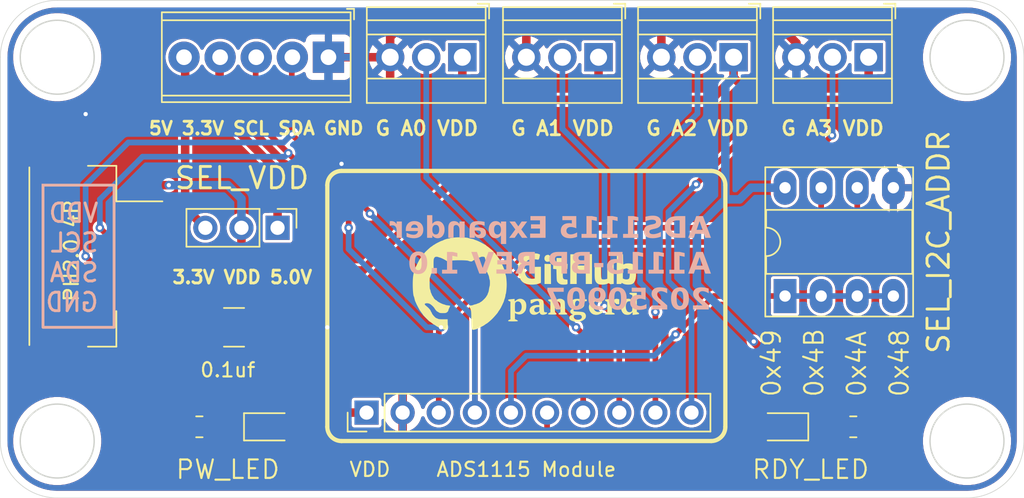
<source format=kicad_pcb>
(kicad_pcb (version 20241229) (generator "pcbnew") (generator_version "9.0")
  (layers (0 "F.Cu" signal) (2 "B.Cu" signal) (13 "F.Paste" user) (15 "B.Paste" user) (5 "F.SilkS" user "F.Silkscreen") (7 "B.SilkS" user "B.Silkscreen") (1 "F.Mask" user) (3 "B.Mask" user) (25 "Edge.Cuts" user))
  (net 0 "")
  (net 1 "/VDD")
  (net 2 "GND")
  (net 3 "/ALRT")
  (net 4 "Net-(D1-K)")
  (net 5 "Net-(D2-K)")
  (net 6 "/A2")
  (net 7 "/SDA")
  (net 8 "/ADDR")
  (net 9 "/A0")
  (net 10 "/A3")
  (net 11 "/SCL")
  (net 12 "/A1")
  (net 13 "+3.3V")
  (net 14 "+5V")
  (footprint "Connector_Hirose:Hirose_DF3EA-04P-2H_1x04-1MP_P2.00mm_Horizontal" (layer "F.Cu") (at 135 94 -90)
    (property "Reference" " PH2.0 4P" (at 0 2 90) (layer "F.SilkS"))
    (property "Value" "I2C_P2" (hide yes))
    (pad "1" smd roundrect (at -3 -2.85 270) (size 1.2 3.1) (layers "F.Cu" "F.Mask" "F.Paste") (roundrect_rratio 0.208333) (net 1 "/VDD"))
    (pad "2" smd roundrect (at -1 -2.85 270) (size 1.2 3.1) (layers "F.Cu" "F.Mask" "F.Paste") (roundrect_rratio 0.208333) (net 11 "/SCL"))
    (pad "3" smd roundrect (at 1 -2.85 270) (size 1.2 3.1) (layers "F.Cu" "F.Mask" "F.Paste") (roundrect_rratio 0.208333) (net 7 "/SDA"))
    (pad "4" smd roundrect (at 3 -2.85 270) (size 1.2 3.1) (layers "F.Cu" "F.Mask" "F.Paste") (roundrect_rratio 0.208333) (net 2 "GND"))
    (pad "MP" smd roundrect (at -7.52 2.75 270) (size 2.3 3.3) (layers "F.Cu" "F.Mask" "F.Paste") (roundrect_rratio 0.108696) (net 2 "GND"))
    (pad "MP" smd roundrect (at 7.52 2.75 270) (size 2.3 3.3) (layers "F.Cu" "F.Mask" "F.Paste") (roundrect_rratio 0.108696) (net 2 "GND"))
  )
  (footprint "Resistor_SMD:R_0805_2012Metric_Pad1.20x1.40mm_HandSolder" (layer "F.Cu") (at 142 106)
    (property "Reference" "R2" (hide yes))
    (property "Value" "1K" (hide yes))
    (pad "1" smd roundrect (at -1 0) (size 1.2 1.4) (layers "F.Cu" "F.Mask" "F.Paste") (roundrect_rratio 0.208333) (net 1 "/VDD"))
    (pad "2" smd roundrect (at 1 0) (size 1.2 1.4) (layers "F.Cu" "F.Mask" "F.Paste") (roundrect_rratio 0.208333) (net 5 "Net-(D2-K)"))
  )
  (footprint "TerminalBlock:TerminalBlock_Xinya_XY308-2.54-3P_1x03_P2.54mm_Horizontal" (layer "F.Cu") (at 160.5 80 180)
    (property "Reference" "G A0 VDD" (at 2.5 -5 180) (layer "F.SilkS") (effects (font (thickness 0.2) (bold yes))))
    (property "Value" "A0" (hide yes))
    (pad "1" thru_hole rect (at 0 0 180) (size 2 2) (drill 1.2) (layers "*.Cu" "*.Mask") (net 1 "/VDD"))
    (pad "2" thru_hole circle (at 2.54 0 180) (size 2 2) (drill 1.2) (layers "*.Cu" "*.Mask") (net 9 "/A0"))
    (pad "3" thru_hole circle (at 5.08 0 180) (size 2 2) (drill 1.2) (layers "*.Cu" "*.Mask") (net 2 "GND"))
  )
  (footprint "Capacitor_SMD:C_1210_3225Metric_Pad1.33x2.70mm_HandSolder" (layer "F.Cu") (at 144.4375 99)
    (property "Reference" "C1" (hide yes))
    (property "Value" "0.1uf" (at -0.4375 3 0) (layer "F.SilkS"))
    (pad "1" smd roundrect (at -1.5625 0) (size 1.325 2.7) (layers "F.Cu" "F.Mask" "F.Paste") (roundrect_rratio 0.188679) (net 1 "/VDD"))
    (pad "2" smd roundrect (at 1.5625 0) (size 1.325 2.7) (layers "F.Cu" "F.Mask" "F.Paste") (roundrect_rratio 0.188679) (net 2 "GND"))
  )
  (footprint "Resistor_SMD:R_0805_2012Metric_Pad1.20x1.40mm_HandSolder" (layer "F.Cu") (at 188 106)
    (property "Reference" "R1" (hide yes))
    (property "Value" "1K" (hide yes))
    (pad "1" smd roundrect (at -1 0) (size 1.2 1.4) (layers "F.Cu" "F.Mask" "F.Paste") (roundrect_rratio 0.208333) (net 4 "Net-(D1-K)"))
    (pad "2" smd roundrect (at 1 0) (size 1.2 1.4) (layers "F.Cu" "F.Mask" "F.Paste") (roundrect_rratio 0.208333) (net 1 "/VDD"))
  )
  (footprint "TerminalBlock_Phoenix:TerminalBlock_Phoenix_MPT-0,5-5-2.54_1x05_P2.54mm_Horizontal" (layer "F.Cu") (at 151.08 80 180)
    (property "Reference" "5V 3.3V SCL SDA GND" (at 5.08 -5 0) (layer "F.SilkS") (effects (font (size 0.9 0.9) (thickness 0.2) (bold yes))))
    (property "Value" "PW_I2C" (hide yes))
    (pad "1" thru_hole rect (at 0 0 180) (size 2.2 2.2) (drill 1.1) (layers "*.Cu" "*.Mask") (net 2 "GND"))
    (pad "2" thru_hole circle (at 2.54 0 180) (size 2.2 2.2) (drill 1.1) (layers "*.Cu" "*.Mask") (net 7 "/SDA"))
    (pad "3" thru_hole circle (at 5.08 0 180) (size 2.2 2.2) (drill 1.1) (layers "*.Cu" "*.Mask") (net 11 "/SCL"))
    (pad "4" thru_hole circle (at 7.62 0 180) (size 2.2 2.2) (drill 1.1) (layers "*.Cu" "*.Mask") (net 13 "+3.3V"))
    (pad "5" thru_hole circle (at 10.16 0 180) (size 2.2 2.2) (drill 1.1) (layers "*.Cu" "*.Mask") (net 14 "+5V"))
  )
  (footprint "Logo_graphics:github" (layer "F.Cu") (at 165 96)
    (property "Reference" "G***" (hide yes))
    (property "Value" "LOGO" (hide yes))
  )
  (footprint "Connector_PinHeader_2.54mm:PinHeader_1x10_P2.54mm_Vertical" (layer "F.Cu") (at 153.76 105 90)
    (property "Reference" "VDD" (at -4 0.24 180) (layer "F.SilkS"))
    (property "Value" "ADS1115 Module" (at -4 11.24 0) (layer "F.SilkS"))
    (pad "1" thru_hole rect (at 0 0 90) (size 1.7 1.7) (drill 1) (layers "*.Cu" "*.Mask") (net 1 "/VDD"))
    (pad "2" thru_hole oval (at 0 2.54 90) (size 1.7 1.7) (drill 1) (layers "*.Cu" "*.Mask") (net 2 "GND"))
    (pad "3" thru_hole oval (at 0 5.08 90) (size 1.7 1.7) (drill 1) (layers "*.Cu" "*.Mask") (net 11 "/SCL"))
    (pad "4" thru_hole oval (at 0 7.62 90) (size 1.7 1.7) (drill 1) (layers "*.Cu" "*.Mask") (net 7 "/SDA"))
    (pad "5" thru_hole oval (at 0 10.16 90) (size 1.7 1.7) (drill 1) (layers "*.Cu" "*.Mask") (net 8 "/ADDR"))
    (pad "6" thru_hole oval (at 0 12.7 90) (size 1.7 1.7) (drill 1) (layers "*.Cu" "*.Mask") (net 3 "/ALRT"))
    (pad "7" thru_hole oval (at 0 15.24 90) (size 1.7 1.7) (drill 1) (layers "*.Cu" "*.Mask") (net 9 "/A0"))
    (pad "8" thru_hole oval (at 0 17.78 90) (size 1.7 1.7) (drill 1) (layers "*.Cu" "*.Mask") (net 12 "/A1"))
    (pad "9" thru_hole oval (at 0 20.32 90) (size 1.7 1.7) (drill 1) (layers "*.Cu" "*.Mask") (net 6 "/A2"))
    (pad "10" thru_hole oval (at 0 22.86 90) (size 1.7 1.7) (drill 1) (layers "*.Cu" "*.Mask") (net 10 "/A3"))
  )
  (footprint "Package_DIP:DIP-8_W7.62mm_Socket_LongPads" (layer "F.Cu") (at 183.2 96.8 90)
    (property "Reference" "SW1" (hide yes))
    (property "Value" "SEL_I2C_ADDR" (at 3.8 10.8 270) (layer "F.SilkS") (effects (font (size 1.5 1.5) (thickness 0.2) (bold yes))))
    (pad "1" thru_hole rect (at 0 0 90) (size 2.4 1.6) (drill 0.8) (layers "*.Cu" "*.Mask") (net 8 "/ADDR"))
    (pad "2" thru_hole oval (at 0 2.54 90) (size 2.4 1.6) (drill 0.8) (layers "*.Cu" "*.Mask") (net 8 "/ADDR"))
    (pad "3" thru_hole oval (at 0 5.08 90) (size 2.4 1.6) (drill 0.8) (layers "*.Cu" "*.Mask") (net 8 "/ADDR"))
    (pad "4" thru_hole oval (at 0 7.62 90) (size 2.4 1.6) (drill 0.8) (layers "*.Cu" "*.Mask") (net 8 "/ADDR"))
    (pad "5" thru_hole oval (at 7.62 7.62 90) (size 2.4 1.6) (drill 0.8) (layers "*.Cu" "*.Mask") (net 2 "GND"))
    (pad "6" thru_hole oval (at 7.62 5.08 90) (size 2.4 1.6) (drill 0.8) (layers "*.Cu" "*.Mask") (net 7 "/SDA"))
    (pad "7" thru_hole oval (at 7.62 2.54 90) (size 2.4 1.6) (drill 0.8) (layers "*.Cu" "*.Mask") (net 11 "/SCL"))
    (pad "8" thru_hole oval (at 7.62 0 90) (size 2.4 1.6) (drill 0.8) (layers "*.Cu" "*.Mask") (net 1 "/VDD"))
  )
  (footprint "TerminalBlock:TerminalBlock_Xinya_XY308-2.54-3P_1x03_P2.54mm_Horizontal" (layer "F.Cu") (at 189.08 80 180)
    (property "Reference" "G A3 VDD" (at 2.54 -5 180) (layer "F.SilkS") (effects (font (thickness 0.2) (bold yes))))
    (property "Value" "A3" (hide yes))
    (pad "1" thru_hole rect (at 0 0 180) (size 2 2) (drill 1.2) (layers "*.Cu" "*.Mask") (net 1 "/VDD"))
    (pad "2" thru_hole circle (at 2.54 0 180) (size 2 2) (drill 1.2) (layers "*.Cu" "*.Mask") (net 10 "/A3"))
    (pad "3" thru_hole circle (at 5.08 0 180) (size 2 2) (drill 1.2) (layers "*.Cu" "*.Mask") (net 2 "GND"))
  )
  (footprint "TerminalBlock:TerminalBlock_Xinya_XY308-2.54-3P_1x03_P2.54mm_Horizontal" (layer "F.Cu") (at 179.58 80 180)
    (property "Reference" "G A2 VDD" (at 2.54 -5 180) (layer "F.SilkS") (effects (font (thickness 0.2) (bold yes))))
    (property "Value" "A2" (hide yes))
    (pad "1" thru_hole rect (at 0 0 180) (size 2 2) (drill 1.2) (layers "*.Cu" "*.Mask") (net 1 "/VDD"))
    (pad "2" thru_hole circle (at 2.54 0 180) (size 2 2) (drill 1.2) (layers "*.Cu" "*.Mask") (net 6 "/A2"))
    (pad "3" thru_hole circle (at 5.08 0 180) (size 2 2) (drill 1.2) (layers "*.Cu" "*.Mask") (net 2 "GND"))
  )
  (footprint "TerminalBlock:TerminalBlock_Xinya_XY308-2.54-3P_1x03_P2.54mm_Horizontal" (layer "F.Cu") (at 170.08 80 180)
    (property "Reference" "G A1 VDD" (at 2.54 -5 180) (layer "F.SilkS") (effects (font (thickness 0.2) (bold yes))))
    (property "Value" "A1" (hide yes))
    (pad "1" thru_hole rect (at 0 0 180) (size 2 2) (drill 1.2) (layers "*.Cu" "*.Mask") (net 1 "/VDD"))
    (pad "2" thru_hole circle (at 2.54 0 180) (size 2 2) (drill 1.2) (layers "*.Cu" "*.Mask") (net 12 "/A1"))
    (pad "3" thru_hole circle (at 5.08 0 180) (size 2 2) (drill 1.2) (layers "*.Cu" "*.Mask") (net 2 "GND"))
  )
  (footprint "LED_SMD:LED_0805_2012Metric_Pad1.15x1.40mm_HandSolder" (layer "F.Cu") (at 182.975 106 180)
    (property "Reference" "D1" (hide yes))
    (property "Value" "RDY_LED" (at -2.025 -3 0) (layer "F.SilkS") (effects (font (size 1.3 1.3))))
    (pad "1" smd roundrect (at -1.025 0 180) (size 1.15 1.4) (layers "F.Cu" "F.Mask" "F.Paste") (roundrect_rratio 0.217391) (net 4 "Net-(D1-K)"))
    (pad "2" smd roundrect (at 1.025 0 180) (size 1.15 1.4) (layers "F.Cu" "F.Mask" "F.Paste") (roundrect_rratio 0.217391) (net 3 "/ALRT"))
  )
  (footprint "Connector_PinHeader_2.54mm:PinHeader_1x03_P2.54mm_Vertical" (layer "F.Cu") (at 147.5 92 -90)
    (property "Reference" "J8" (hide yes))
    (property "Value" "SEL_VDD" (at -3.5 2.5 0) (layer "F.SilkS") (effects (font (size 1.5 1.5) (thickness 0.2))))
    (pad "1" thru_hole rect (at 0 0 270) (size 1.7 1.7) (drill 1) (layers "*.Cu" "*.Mask") (net 13 "+3.3V"))
    (pad "2" thru_hole oval (at 0 2.54 270) (size 1.7 1.7) (drill 1) (layers "*.Cu" "*.Mask") (net 1 "/VDD"))
    (pad "3" thru_hole oval (at 0 5.08 270) (size 1.7 1.7) (drill 1) (layers "*.Cu" "*.Mask") (net 14 "+5V"))
  )
  (footprint "LED_SMD:LED_0805_2012Metric_Pad1.15x1.40mm_HandSolder" (layer "F.Cu") (at 147 106)
    (property "Reference" "D2" (hide yes))
    (property "Value" "PW_LED" (at -3 3 0) (layer "F.SilkS") (effects (font (size 1.3 1.3))))
    (pad "1" smd roundrect (at -1.025 0) (size 1.15 1.4) (layers "F.Cu" "F.Mask" "F.Paste") (roundrect_rratio 0.217391) (net 5 "Net-(D2-K)"))
    (pad "2" smd roundrect (at 1.025 0) (size 1.15 1.4) (layers "F.Cu" "F.Mask" "F.Paste") (roundrect_rratio 0.217391) (net 2 "GND"))
  )
  (gr_arc (start 151 89) (mid 151.292893 88.292893) (end 152 88) (stroke (width 0.3)) (layer "F.SilkS"))
  (gr_line (start 178 107) (end 152 107) (stroke (width 0.3)) (layer "F.SilkS"))
  (gr_arc (start 178 88) (mid 178.707107 88.292893) (end 179 89) (stroke (width 0.3)) (layer "F.SilkS"))
  (gr_arc (start 152 107) (mid 151.292893 106.707107) (end 151 106) (stroke (width 0.3)) (layer "F.SilkS"))
  (gr_line (start 179 89) (end 179 106) (stroke (width 0.3)) (layer "F.SilkS"))
  (gr_line (start 152 88) (end 178 88) (stroke (width 0.3)) (layer "F.SilkS"))
  (gr_line (start 151 106) (end 151 89) (stroke (width 0.3)) (layer "F.SilkS"))
  (gr_arc (start 179 106) (mid 178.707107 106.707107) (end 178 107) (stroke (width 0.3)) (layer "F.SilkS"))
  (gr_rect (start 131 89) (end 136 99) (stroke (width 0.2)) (fill no) (layer "B.SilkS"))
  (gr_circle (center 132 107) (end 134.6 107) (stroke (width 0.1)) (fill no) (layer "Edge.Cuts"))
  (gr_arc (start 128 80) (mid 129.171573 77.171573) (end 132 76) (stroke (width 0.05)) (layer "Edge.Cuts"))
  (gr_circle (center 196 80) (end 198.6 80) (stroke (width 0.1)) (fill no) (layer "Edge.Cuts"))
  (gr_line (start 132 76) (end 196 76) (stroke (width 0.05)) (layer "Edge.Cuts"))
  (gr_circle (center 132 80) (end 134.6 80) (stroke (width 0.1)) (fill no) (layer "Edge.Cuts"))
  (gr_line (start 200 80) (end 200 107) (stroke (width 0.05)) (layer "Edge.Cuts"))
  (gr_line (start 196 111) (end 132 111) (stroke (width 0.05)) (layer "Edge.Cuts"))
  (gr_arc (start 196 76) (mid 198.828427 77.171573) (end 200 80) (stroke (width 0.05)) (layer "Edge.Cuts"))
  (gr_arc (start 200 107) (mid 198.828427 109.828427) (end 196 111) (stroke (width 0.05)) (layer "Edge.Cuts"))
  (gr_circle (center 196 107) (end 198.6 107) (stroke (width 0.1)) (fill no) (layer "Edge.Cuts"))
  (gr_arc (start 132 111) (mid 129.171573 109.828427) (end 128 107) (stroke (width 0.05)) (layer "Edge.Cuts"))
  (gr_line (start 128 107) (end 128 80) (stroke (width 0.05)) (layer "Edge.Cuts"))
  (gr_text " 0x4B" (at 186 105 90) (layer "F.SilkS") (effects (font (size 1.3 1.3)) (justify left bottom)))
  (gr_text "0x49" (at 183 104 90) (layer "F.SilkS") (effects (font (size 1.3 1.3)) (justify left bottom)))
  (gr_text "0x48" (at 192 104 90) (layer "F.SilkS") (effects (font (size 1.3 1.3)) (justify left bottom)))
  (gr_text "0x4A" (at 189 104 90) (layer "F.SilkS") (effects (font (size 1.3 1.3)) (justify left bottom)))
  (gr_text "3.3V VDD 5.0V" (at 140 96 0) (layer "F.SilkS") (effects (font (size 0.9 0.9) (thickness 0.2) (bold yes)) (justify left bottom)))
  (gr_text "VDD\nSCL\nSDA\nGND" (at 135 98 0) (layer "B.SilkS") (effects (font (size 1.3 1.2) (thickness 0.2)) (justify left bottom mirror)))
  (gr_text "ADS1115 Expander\nA1115-BP REV 1.0\n20250907" (at 178 98 0) (layer "B.SilkS") (effects (font (size 1.5 1.5) (thickness 0.3) (bold yes)) (justify left bottom mirror)))
  (segment (start 184 103) (end 188 103) (width 0.6) (layer "F.Cu") (net 1))
  (segment (start 141.5 99) (end 140 100.5) (width 0.6) (layer "F.Cu") (net 1))
  (segment (start 170.08 80) (end 170 80.08) (width 0.4) (layer "F.Cu") (net 1))
  (segment (start 171 83) (end 178 83) (width 0.6) (layer "F.Cu") (net 1))
  (segment (start 142.875 101.375) (end 142.875 99) (width 0.6) (layer "F.Cu") (net 1))
  (segment (start 139.85 89) (end 138.925 89) (width 0.6) (layer "F.Cu") (net 1))
  (segment (start 188 83) (end 189.08 81.92) (width 0.6) (layer "F.Cu") (net 1))
  (segment (start 144.5 103) (end 142.875 101.375) (width 0.6) (layer "F.Cu") (net 1))
  (segment (start 170 80.08) (end 170 82) (width 0.4) (layer "F.Cu") (net 1))
  (segment (start 150.5 103) (end 144.5 103) (width 0.6) (layer "F.Cu") (net 1))
  (segment (start 160.5 88) (end 160.5 80) (width 0.6) (layer "F.Cu") (net 1))
  (segment (start 144.5 94.5) (end 145 95) (width 0.6) (layer "F.Cu") (net 1))
  (segment (start 153.5 95) (end 154 94.5) (width 0.6) (layer "F.Cu") (net 1))
  (segment (start 189.08 81.92) (end 189.08 80) (width 0.6) (layer "F.Cu") (net 1))
  (segment (start 189 104) (end 189 106) (width 0.6) (layer "F.Cu") (net 1))
  (segment (start 138.925 89) (end 137.85 90.075) (width 0.6) (layer "F.Cu") (net 1))
  (segment (start 153.76 105) (end 152.5 105) (width 0.6) (layer "F.Cu") (net 1))
  (segment (start 152.5 105) (end 150.5 103) (width 0.6) (layer "F.Cu") (net 1))
  (segment (start 169 83) (end 170.08 81.92) (width 0.6) (layer "F.Cu") (net 1))
  (segment (start 178 83) (end 179.58 81.42) (width 0.6) (layer "F.Cu") (net 1))
  (segment (start 154 94.5) (end 160.5 88) (width 0.6) (layer "F.Cu") (net 1))
  (segment (start 181.16 83) (end 188 83) (width 0.6) (layer "F.Cu") (net 1))
  (segment (start 170.08 81.92) (end 170.08 80) (width 0.6) (layer "F.Cu") (net 1))
  (segment (start 188 103) (end 189 104) (width 0.6) (layer "F.Cu") (net 1))
  (segment (start 170 82) (end 171 83) (width 0.6) (layer "F.Cu") (net 1))
  (segment (start 142.875 96.125) (end 142.875 99) (width 0.6) (layer "F.Cu") (net 1))
  (segment (start 144.96 94.04) (end 142.875 96.125) (width 0.6) (layer "F.Cu") (net 1))
  (segment (start 144.96 92) (end 144.96 94.04) (width 0.6) (layer "F.Cu") (net 1))
  (segment (start 160.5 83) (end 169 83) (width 0.6) (layer "F.Cu") (net 1))
  (segment (start 179.58 81.42) (end 181.16 83) (width 0.6) (layer "F.Cu") (net 1))
  (segment (start 145 95) (end 153.5 95) (width 0.6) (layer "F.Cu") (net 1))
  (segment (start 179.58 81.42) (end 179.58 80) (width 0.6) (layer "F.Cu") (net 1))
  (segment (start 137.85 90.075) (end 137.85 91) (width 0.6) (layer "F.Cu") (net 1))
  (segment (start 142.875 99) (end 141.5 99) (width 0.6) (layer "F.Cu") (net 1))
  (segment (start 140 100.5) (end 140 105) (width 0.6) (layer "F.Cu") (net 1))
  (segment (start 181 100) (end 184 103) (width 0.6) (layer "F.Cu") (net 1))
  (segment (start 160.5 80) (end 160.5 83) (width 0.4) (layer "F.Cu") (net 1))
  (segment (start 140 105) (end 141 106) (width 0.6) (layer "F.Cu") (net 1))
  (via (at 181 100) (size 0.6) (drill 0.3) (layers "F.Cu" "B.Cu") (net 1))
  (via (at 139.85 89) (size 0.6) (drill 0.3) (layers "F.Cu" "B.Cu") (net 1))
  (segment (start 177 96) (end 181 100) (width 0.6) (layer "B.Cu") (net 1))
  (segment (start 177 92) (end 177 96) (width 0.6) (layer "B.Cu") (net 1))
  (segment (start 179 82) (end 179.58 81.42) (width 0.6) (layer "B.Cu") (net 1))
  (segment (start 179 90) (end 177 92) (width 0.6) (layer "B.Cu") (net 1))
  (segment (start 144.96 89.96) (end 144.96 92) (width 0.6) (layer "B.Cu") (net 1))
  (segment (start 139.85 89) (end 144 89) (width 0.6) (layer "B.Cu") (net 1))
  (segment (start 179 90) (end 179 82) (width 0.6) (layer "B.Cu") (net 1))
  (segment (start 179 90) (end 180 90) (width 0.6) (layer "B.Cu") (net 1))
  (segment (start 179.58 81.42) (end 179.58 80) (width 0.4) (layer "B.Cu") (net 1))
  (segment (start 180.82 89.18) (end 183.2 89.18) (width 0.6) (layer "B.Cu") (net 1))
  (segment (start 144 89) (end 144.96 89.96) (width 0.6) (layer "B.Cu") (net 1))
  (segment (start 180 90) (end 180.82 89.18) (width 0.6) (layer "B.Cu") (net 1))
  (segment (start 156.3 105) (end 156.3 106.7) (width 0.6) (layer "F.Cu") (net 2))
  (segment (start 155.42 84.08) (end 155.42 80) (width 0.6) (layer "F.Cu") (net 2))
  (segment (start 156.3 101.8) (end 156.3 105) (width 0.6) (layer "F.Cu") (net 2))
  (segment (start 152 87.5) (end 155.42 84.08) (width 0.6) (layer "F.Cu") (net 2))
  (segment (start 151 99) (end 153.5 99) (width 0.6) (layer "F.Cu") (net 2))
  (segment (start 153.5 99) (end 156.3 101.8) (width 0.6) (layer "F.Cu") (net 2))
  (segment (start 183 78) (end 184 79) (width 0.6) (layer "F.Cu") (net 2))
  (segment (start 155.42 78.58) (end 156 78) (width 0.6) (layer "F.Cu") (net 2))
  (segment (start 174.5 80) (end 174.5 78) (width 0.6) (layer "F.Cu") (net 2))
  (segment (start 151.04 80) (end 155.42 80) (width 0.6) (layer "F.Cu") (net 2))
  (segment (start 146 99) (end 151 99) (width 0.6) (layer "F.Cu") (net 2))
  (segment (start 137.85 97) (end 137.85 99.15) (width 0.6) (layer "F.Cu") (net 2))
  (segment (start 154 109) (end 149 109) (width 0.6) (layer "F.Cu") (net 2))
  (segment (start 184 79) (end 184 80) (width 0.6) (layer "F.Cu") (net 2))
  (segment (start 132 86.73) (end 132 101.27) (width 1) (layer "F.Cu") (net 2))
  (segment (start 148.025 108.025) (end 148.025 106) (width 0.6) (layer "F.Cu") (net 2))
  (segment (start 165 78) (end 175 78) (width 0.6) (layer "F.Cu") (net 2))
  (segment (start 132 101.27) (end 132.25 101.52) (width 1) (layer "F.Cu") (net 2))
  (segment (start 134 84) (end 133 84) (width 0.6) (layer "F.Cu") (net 2))
  (segment (start 133 84) (end 132.25 84.75) (width 0.6) (layer "F.Cu") (net 2))
  (segment (start 135.48 101.52) (end 132.25 101.52) (width 0.6) (layer "F.Cu") (net 2))
  (segment (start 165 78) (end 165 79) (width 0.6) (layer "F.Cu") (net 2))
  (segment (start 149 109) (end 148.025 108.025) (width 0.6) (layer "F.Cu") (net 2))
  (segment (start 132.25 84.75) (end 132.25 86.48) (width 0.6) (layer "F.Cu") (net 2))
  (segment (start 132.25 86.48) (end 132 86.73) (width 1) (layer "F.Cu") (net 2))
  (segment (start 156.3 106.7) (end 154 109) (width 0.6) (layer "F.Cu") (net 2))
  (segment (start 165 79) (end 165 80) (width 0.4) (layer "F.Cu") (net 2))
  (segment (start 155.42 80) (end 155.42 78.58) (width 0.6) (layer "F.Cu") (net 2))
  (segment (start 175 78) (end 183 78) (width 0.6) (layer "F.Cu") (net 2))
  (segment (start 137.85 99.15) (end 135.48 101.52) (width 0.6) (layer "F.Cu") (net 2))
  (segment (start 156 78) (end 165 78) (width 0.6) (layer "F.Cu") (net 2))
  (via (at 152 87.5) (size 0.6) (drill 0.3) (layers "F.Cu" "B.Cu") (net 2))
  (via (at 151 99) (size 0.6) (drill 0.3) (layers "F.Cu" "B.Cu") (net 2))
  (via (at 134 84) (size 0.6) (drill 0.3) (layers "F.Cu" "B.Cu") (net 2))
  (segment (start 134 84) (end 150 84) (width 0.6) (layer "B.Cu") (net 2))
  (segment (start 184 86) (end 184 85) (width 0.6) (layer "B.Cu") (net 2))
  (segment (start 190.82 87.82) (end 190 87) (width 0.6) (layer "B.Cu") (net 2))
  (segment (start 151 88.5) (end 152 87.5) (width 0.6) (layer "B.Cu") (net 2))
  (segment (start 150 84) (end 151.08 82.92) (width 0.6) (layer "B.Cu") (net 2))
  (segment (start 190 87) (end 185 87) (width 0.6) (layer "B.Cu") (net 2))
  (segment (start 190.82 89.18) (end 190.82 87.82) (width 0.6) (layer "B.Cu") (net 2))
  (segment (start 151 99) (end 151 88.5) (width 0.6) (layer "B.Cu") (net 2))
  (segment (start 185 87) (end 184 86) (width 0.6) (layer "B.Cu") (net 2))
  (segment (start 184 80) (end 184 85) (width 0.6) (layer "B.Cu") (net 2))
  (segment (start 151.08 82.92) (end 151.08 80) (width 0.6) (layer "B.Cu") (net 2))
  (segment (start 166.46 105) (end 166.46 107.96) (width 0.4) (layer "F.Cu") (net 3))
  (segment (start 166.46 107.96) (end 167.5 109) (width 0.4) (layer "F.Cu") (net 3))
  (segment (start 180.5 106) (end 181.95 106) (width 0.4) (layer "F.Cu") (net 3))
  (segment (start 177.5 109) (end 180.5 106) (width 0.4) (layer "F.Cu") (net 3))
  (segment (start 167.5 109) (end 177.5 109) (width 0.4) (layer "F.Cu") (net 3))
  (segment (start 187 106) (end 184 106) (width 0.4) (layer "F.Cu") (net 4))
  (segment (start 143 106) (end 145.975 106) (width 0.4) (layer "F.Cu") (net 5))
  (segment (start 174.08 97.92) (end 174.08 105) (width 0.4) (layer "F.Cu") (net 6))
  (via (at 174.08 97.92) (size 0.6) (drill 0.3) (layers "F.Cu" "B.Cu") (net 6))
  (segment (start 173 88) (end 177.04 83.96) (width 0.4) (layer "B.Cu") (net 6))
  (segment (start 173 95.84) (end 173 88) (width 0.4) (layer "B.Cu") (net 6))
  (segment (start 174.08 96.92) (end 173 95.84) (width 0.4) (layer "B.Cu") (net 6))
  (segment (start 174.08 97.92) (end 174.08 96.92) (width 0.4) (layer "B.Cu") (net 6))
  (segment (start 177.04 83.96) (end 177.04 80) (width 0.4) (layer "B.Cu") (net 6))
  (segment (start 148.5 85.424264) (end 148.5 80) (width 0.4) (layer "F.Cu") (net 7))
  (segment (start 134 94) (end 135 95) (width 0.4) (layer "F.Cu") (net 7))
  (segment (start 188.28 90.95) (end 188.28 89.18) (width 0.4) (layer "F.Cu") (net 7))
  (segment (start 135 95) (end 137.85 95) (width 0.4) (layer "F.Cu") (net 7))
  (segment (start 166.5 93) (end 161.38 98.12) (width 0.4) (layer "F.Cu") (net 7))
  (segment (start 154 90.924264) (end 148.5 85.424264) (width 0.4) (layer "F.Cu") (net 7))
  (segment (start 186.23 93) (end 166.5 93) (width 0.4) (layer "F.Cu") (net 7))
  (segment (start 188.28 90.95) (end 186.23 93) (width 0.4) (layer "F.Cu") (net 7))
  (segment (start 161.38 98.12) (end 161.38 105) (width 0.4) (layer "F.Cu") (net 7))
  (segment (start 154 91) (end 154 90.924264) (width 0.2) (layer "F.Cu") (net 7))
  (via (at 154 91) (size 0.6) (drill 0.3) (layers "F.Cu" "B.Cu") (net 7))
  (via (at 134 94) (size 0.6) (drill 0.3) (layers "F.Cu" "B.Cu") (net 7))
  (via (at 148.5 85.424264) (size 0.6) (drill 0.3) (layers "F.Cu" "B.Cu") (net 7))
  (segment (start 154 91) (end 161.38 98.38) (width 0.4) (layer "B.Cu") (net 7))
  (segment (start 148.5 85.424264) (end 147.924264 86) (width 0.4) (layer "B.Cu") (net 7))
  (segment (start 137 86) (end 134 89) (width 0.4) (layer "B.Cu") (net 7))
  (segment (start 134 89) (end 134 94) (width 0.4) (layer "B.Cu") (net 7))
  (segment (start 161.38 98.38) (end 161.38 105) (width 0.4) (layer "B.Cu") (net 7))
  (segment (start 147.924264 86) (end 137 86) (width 0.4) (layer "B.Cu") (net 7))
  (segment (start 175.5 99.5) (end 178.2 96.8) (width 0.4) (layer "F.Cu") (net 8))
  (segment (start 178.2 96.8) (end 183.2 96.8) (width 0.4) (layer "F.Cu") (net 8))
  (via (at 175.5 99.5) (size 0.6) (drill 0.3) (layers "F.Cu" "B.Cu") (net 8))
  (segment (start 174 101) (end 165 101) (width 0.4) (layer "B.Cu") (net 8))
  (segment (start 190.82 96.8) (end 183.2 96.8) (width 0.4) (layer "B.Cu") (net 8))
  (segment (start 165 101) (end 163.92 102.08) (width 0.4) (layer "B.Cu") (net 8))
  (segment (start 163.92 102.08) (end 163.92 105) (width 0.4) (layer "B.Cu") (net 8))
  (segment (start 175.5 99.5) (end 174 101) (width 0.4) (layer "B.Cu") (net 8))
  (segment (start 169 105) (end 169 99.5) (width 0.4) (layer "F.Cu") (net 9))
  (segment (start 169 99.5) (end 168.5 99) (width 0.4) (layer "F.Cu") (net 9))
  (via (at 168.5 99) (size 0.6) (drill 0.3) (layers "F.Cu" "B.Cu") (net 9))
  (segment (start 157.96 88.46) (end 157.96 80) (width 0.4) (layer "B.Cu") (net 9))
  (segment (start 168.5 99) (end 157.96 88.46) (width 0.4) (layer "B.Cu") (net 9))
  (segment (start 179.88 86) (end 186 86) (width 0.4) (layer "F.Cu") (net 10))
  (segment (start 186 86) (end 186.5 85.5) (width 0.4) (layer "F.Cu") (net 10))
  (segment (start 176.94 88.94) (end 179.88 86) (width 0.4) (layer "F.Cu") (net 10))
  (via (at 176.94 88.94) (size 0.6) (drill 0.3) (layers "F.Cu" "B.Cu") (net 10))
  (via (at 186.5 85.5) (size 0.6) (drill 0.3) (layers "F.Cu" "B.Cu") (net 10))
  (segment (start 176.94 88.94) (end 175 90.88) (width 0.4) (layer "B.Cu") (net 10))
  (segment (start 175 90.88) (end 175 95.76) (width 0.4) (layer "B.Cu") (net 10))
  (segment (start 186.54 85.46) (end 186.54 80) (width 0.4) (layer "B.Cu") (net 10))
  (segment (start 186.5 85.5) (end 186.54 85.46) (width 0.2) (layer "B.Cu") (net 10))
  (segment (start 176.62 97.38) (end 176.62 105) (width 0.4) (layer "B.Cu") (net 10))
  (segment (start 175 95.76) (end 176.62 97.38) (width 0.4) (layer "B.Cu") (net 10))
  (segment (start 135 92) (end 136 93) (width 0.4) (layer "F.Cu") (net 11))
  (segment (start 159 99) (end 166 92) (width 0.4) (layer "F.Cu") (net 11))
  (segment (start 185 92) (end 185.74 91.26) (width 0.4) (layer "F.Cu") (net 11))
  (segment (start 168 92) (end 185 92) (width 0.4) (layer "F.Cu") (net 11))
  (segment (start 152.5 91) (end 152.5 92) (width 0.4) (layer "F.Cu") (net 11))
  (segment (start 148.25 86.75) (end 145.96 84.46) (width 0.4) (layer "F.Cu") (net 11))
  (segment (start 148.25 86.75) (end 152.5 91) (width 0.4) (layer "F.Cu") (net 11))
  (segment (start 185.74 91.26) (end 185.74 89.18) (width 0.4) (layer "F.Cu") (net 11))
  (segment (start 136 93) (end 137.85 93) (width 0.4) (layer "F.Cu") (net 11))
  (segment (start 158.84 99.16) (end 159 99) (width 0.2) (layer "F.Cu") (net 11))
  (segment (start 158.84 105) (end 158.84 99.16) (width 0.4) (layer "F.Cu") (net 11))
  (segment (start 166 92) (end 168 92) (width 0.4) (layer "F.Cu") (net 11))
  (segment (start 145.96 84.46) (end 145.96 80) (width 0.4) (layer "F.Cu") (net 11))
  (via (at 159 99) (size 0.6) (drill 0.3) (layers "F.Cu" "B.Cu") (net 11))
  (via (at 148.25 86.75) (size 0.6) (drill 0.3) (layers "F.Cu" "B.Cu") (net 11))
  (via (at 152.5 92) (size 0.6) (drill 0.3) (layers "F.Cu" "B.Cu") (net 11))
  (via (at 135 92) (size 0.6) (drill 0.3) (layers "F.Cu" "B.Cu") (net 11))
  (segment (start 138 87) (end 135 90) (width 0.4) (layer "B.Cu") (net 11))
  (segment (start 148.25 86.75) (end 148 87) (width 0.4) (layer "B.Cu") (net 11))
  (segment (start 152.5 93.5) (end 158 99) (width 0.4) (layer "B.Cu") (net 11))
  (segment (start 158 99) (end 159 99) (width 0.4) (layer "B.Cu") (net 11))
  (segment (start 148 87) (end 138 87) (width 0.4) (layer "B.Cu") (net 11))
  (segment (start 135 90) (end 135 92) (width 0.4) (layer "B.Cu") (net 11))
  (segment (start 152.5 92) (end 152.5 93.5) (width 0.4) (layer "B.Cu") (net 11))
  (segment (start 171.54 105) (end 171.54 98.54) (width 0.4) (layer "F.Cu") (net 12))
  (segment (start 171.54 98.54) (end 170.5 97.5) (width 0.4) (layer "F.Cu") (net 12))
  (via (at 170.5 97.5) (size 0.6) (drill 0.3) (layers "F.Cu" "B.Cu") (net 12))
  (segment (start 170.5 97.5) (end 170.5 88) (width 0.4) (layer "B.Cu") (net 12))
  (segment (start 170.5 88) (end 167.54 85.04) (width 0.4) (layer "B.Cu") (net 12))
  (segment (start 167.54 85.04) (end 167.54 80) (width 0.4) (layer "B.Cu") (net 12))
  (segment (start 147.5 88) (end 147.5 92) (width 0.6) (layer "F.Cu") (net 13))
  (segment (start 143.42 83.92) (end 147.5 88) (width 0.6) (layer "F.Cu") (net 13))
  (segment (start 143.42 80) (end 143.42 83.92) (width 0.6) (layer "F.Cu") (net 13))
  (segment (start 141 90.58) (end 142.42 92) (width 0.6) (layer "F.Cu") (net 14))
  (segment (start 141 80.12) (end 141 90.58) (width 0.6) (layer "F.Cu") (net 14))
  (segment (start 140.88 80) (end 141 80.12) (width 0.2) (layer "F.Cu") (net 14))
  (zone (net 2) (net_name "GND") (layers "F.Cu" "B.Cu") (connect_pads (clearance 0)) (min_thickness 0.25) (fill yes (thermal_gap 0.5) (thermal_bridge_width 0.5))
    (polygon (pts (xy 128 76) (xy 200 76) (xy 200 111) (xy 128 111)))
  )
)
</source>
